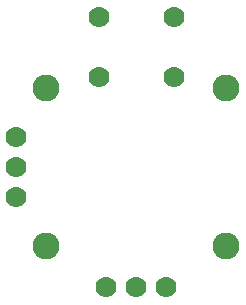
<source format=gbr>
%TF.GenerationSoftware,KiCad,Pcbnew,8.0.5-dirty*%
%TF.CreationDate,2024-10-19T17:10:18-04:00*%
%TF.ProjectId,rowanpad,726f7761-6e70-4616-942e-6b696361645f,rev?*%
%TF.SameCoordinates,Original*%
%TF.FileFunction,Paste,Top*%
%TF.FilePolarity,Positive*%
%FSLAX46Y46*%
G04 Gerber Fmt 4.6, Leading zero omitted, Abs format (unit mm)*
G04 Created by KiCad (PCBNEW 8.0.5-dirty) date 2024-10-19 17:10:18*
%MOMM*%
%LPD*%
G01*
G04 APERTURE LIST*
%ADD10C,1.778000*%
%ADD11C,2.286000*%
G04 APERTURE END LIST*
D10*
%TO.C,U2*%
X128705000Y-100741500D03*
X135055000Y-100741500D03*
X128705000Y-105821500D03*
X135055000Y-105821500D03*
X129340000Y-123601500D03*
X131880000Y-123601500D03*
X134420000Y-123601500D03*
D11*
X124260000Y-106774000D03*
X124260000Y-120109000D03*
X139500000Y-106774000D03*
X139500000Y-120109000D03*
D10*
X121720000Y-110901500D03*
X121720000Y-113441500D03*
X121720000Y-115981500D03*
%TD*%
M02*

</source>
